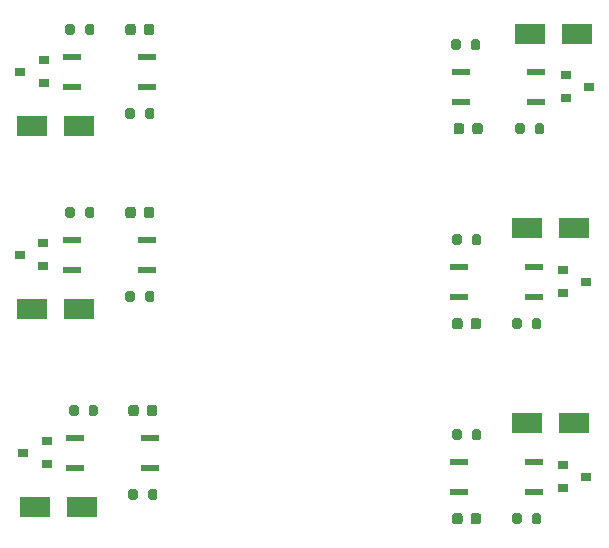
<source format=gbr>
G04 #@! TF.GenerationSoftware,KiCad,Pcbnew,(5.1.9)-1*
G04 #@! TF.CreationDate,2021-06-08T18:40:06+01:00*
G04 #@! TF.ProjectId,BrushlessPlatform V1 - SMD,42727573-686c-4657-9373-506c6174666f,rev?*
G04 #@! TF.SameCoordinates,Original*
G04 #@! TF.FileFunction,Paste,Top*
G04 #@! TF.FilePolarity,Positive*
%FSLAX46Y46*%
G04 Gerber Fmt 4.6, Leading zero omitted, Abs format (unit mm)*
G04 Created by KiCad (PCBNEW (5.1.9)-1) date 2021-06-08 18:40:06*
%MOMM*%
%LPD*%
G01*
G04 APERTURE LIST*
%ADD10R,2.500000X1.800000*%
%ADD11R,1.500000X0.600000*%
%ADD12R,0.900000X0.800000*%
G04 APERTURE END LIST*
D10*
X-88676000Y-93218000D03*
X-84676000Y-93218000D03*
X-88930000Y-76454000D03*
X-84930000Y-76454000D03*
X-88930000Y-60960000D03*
X-84930000Y-60960000D03*
X-43036000Y-86122000D03*
X-47036000Y-86122000D03*
X-43036000Y-69612000D03*
X-47036000Y-69612000D03*
D11*
X-85279000Y-89916000D03*
X-85279000Y-87376000D03*
X-78929000Y-87376000D03*
X-78929000Y-89916000D03*
X-85533000Y-73152000D03*
X-85533000Y-70612000D03*
X-79183000Y-70612000D03*
X-79183000Y-73152000D03*
X-85533000Y-57658000D03*
X-85533000Y-55118000D03*
X-79183000Y-55118000D03*
X-79183000Y-57658000D03*
X-46433000Y-89424000D03*
X-46433000Y-91964000D03*
X-52783000Y-91964000D03*
X-52783000Y-89424000D03*
X-46433000Y-72914000D03*
X-46433000Y-75454000D03*
X-52783000Y-75454000D03*
X-52783000Y-72914000D03*
X-46306000Y-56404000D03*
X-46306000Y-58944000D03*
X-52656000Y-58944000D03*
X-52656000Y-56404000D03*
G36*
G01*
X-84157000Y-85365000D02*
X-84157000Y-84815000D01*
G75*
G02*
X-83957000Y-84615000I200000J0D01*
G01*
X-83557000Y-84615000D01*
G75*
G02*
X-83357000Y-84815000I0J-200000D01*
G01*
X-83357000Y-85365000D01*
G75*
G02*
X-83557000Y-85565000I-200000J0D01*
G01*
X-83957000Y-85565000D01*
G75*
G02*
X-84157000Y-85365000I0J200000D01*
G01*
G37*
G36*
G01*
X-85807000Y-85365000D02*
X-85807000Y-84815000D01*
G75*
G02*
X-85607000Y-84615000I200000J0D01*
G01*
X-85207000Y-84615000D01*
G75*
G02*
X-85007000Y-84815000I0J-200000D01*
G01*
X-85007000Y-85365000D01*
G75*
G02*
X-85207000Y-85565000I-200000J0D01*
G01*
X-85607000Y-85565000D01*
G75*
G02*
X-85807000Y-85365000I0J200000D01*
G01*
G37*
G36*
G01*
X-84473000Y-68601000D02*
X-84473000Y-68051000D01*
G75*
G02*
X-84273000Y-67851000I200000J0D01*
G01*
X-83873000Y-67851000D01*
G75*
G02*
X-83673000Y-68051000I0J-200000D01*
G01*
X-83673000Y-68601000D01*
G75*
G02*
X-83873000Y-68801000I-200000J0D01*
G01*
X-84273000Y-68801000D01*
G75*
G02*
X-84473000Y-68601000I0J200000D01*
G01*
G37*
G36*
G01*
X-86123000Y-68601000D02*
X-86123000Y-68051000D01*
G75*
G02*
X-85923000Y-67851000I200000J0D01*
G01*
X-85523000Y-67851000D01*
G75*
G02*
X-85323000Y-68051000I0J-200000D01*
G01*
X-85323000Y-68601000D01*
G75*
G02*
X-85523000Y-68801000I-200000J0D01*
G01*
X-85923000Y-68801000D01*
G75*
G02*
X-86123000Y-68601000I0J200000D01*
G01*
G37*
G36*
G01*
X-84473000Y-53107000D02*
X-84473000Y-52557000D01*
G75*
G02*
X-84273000Y-52357000I200000J0D01*
G01*
X-83873000Y-52357000D01*
G75*
G02*
X-83673000Y-52557000I0J-200000D01*
G01*
X-83673000Y-53107000D01*
G75*
G02*
X-83873000Y-53307000I-200000J0D01*
G01*
X-84273000Y-53307000D01*
G75*
G02*
X-84473000Y-53107000I0J200000D01*
G01*
G37*
G36*
G01*
X-86123000Y-53107000D02*
X-86123000Y-52557000D01*
G75*
G02*
X-85923000Y-52357000I200000J0D01*
G01*
X-85523000Y-52357000D01*
G75*
G02*
X-85323000Y-52557000I0J-200000D01*
G01*
X-85323000Y-53107000D01*
G75*
G02*
X-85523000Y-53307000I-200000J0D01*
G01*
X-85923000Y-53307000D01*
G75*
G02*
X-86123000Y-53107000I0J200000D01*
G01*
G37*
G36*
G01*
X-47493000Y-93975000D02*
X-47493000Y-94525000D01*
G75*
G02*
X-47693000Y-94725000I-200000J0D01*
G01*
X-48093000Y-94725000D01*
G75*
G02*
X-48293000Y-94525000I0J200000D01*
G01*
X-48293000Y-93975000D01*
G75*
G02*
X-48093000Y-93775000I200000J0D01*
G01*
X-47693000Y-93775000D01*
G75*
G02*
X-47493000Y-93975000I0J-200000D01*
G01*
G37*
G36*
G01*
X-45843000Y-93975000D02*
X-45843000Y-94525000D01*
G75*
G02*
X-46043000Y-94725000I-200000J0D01*
G01*
X-46443000Y-94725000D01*
G75*
G02*
X-46643000Y-94525000I0J200000D01*
G01*
X-46643000Y-93975000D01*
G75*
G02*
X-46443000Y-93775000I200000J0D01*
G01*
X-46043000Y-93775000D01*
G75*
G02*
X-45843000Y-93975000I0J-200000D01*
G01*
G37*
G36*
G01*
X-47493000Y-77465000D02*
X-47493000Y-78015000D01*
G75*
G02*
X-47693000Y-78215000I-200000J0D01*
G01*
X-48093000Y-78215000D01*
G75*
G02*
X-48293000Y-78015000I0J200000D01*
G01*
X-48293000Y-77465000D01*
G75*
G02*
X-48093000Y-77265000I200000J0D01*
G01*
X-47693000Y-77265000D01*
G75*
G02*
X-47493000Y-77465000I0J-200000D01*
G01*
G37*
G36*
G01*
X-45843000Y-77465000D02*
X-45843000Y-78015000D01*
G75*
G02*
X-46043000Y-78215000I-200000J0D01*
G01*
X-46443000Y-78215000D01*
G75*
G02*
X-46643000Y-78015000I0J200000D01*
G01*
X-46643000Y-77465000D01*
G75*
G02*
X-46443000Y-77265000I200000J0D01*
G01*
X-46043000Y-77265000D01*
G75*
G02*
X-45843000Y-77465000I0J-200000D01*
G01*
G37*
G36*
G01*
X-47239000Y-60955000D02*
X-47239000Y-61505000D01*
G75*
G02*
X-47439000Y-61705000I-200000J0D01*
G01*
X-47839000Y-61705000D01*
G75*
G02*
X-48039000Y-61505000I0J200000D01*
G01*
X-48039000Y-60955000D01*
G75*
G02*
X-47839000Y-60755000I200000J0D01*
G01*
X-47439000Y-60755000D01*
G75*
G02*
X-47239000Y-60955000I0J-200000D01*
G01*
G37*
G36*
G01*
X-45589000Y-60955000D02*
X-45589000Y-61505000D01*
G75*
G02*
X-45789000Y-61705000I-200000J0D01*
G01*
X-46189000Y-61705000D01*
G75*
G02*
X-46389000Y-61505000I0J200000D01*
G01*
X-46389000Y-60955000D01*
G75*
G02*
X-46189000Y-60755000I200000J0D01*
G01*
X-45789000Y-60755000D01*
G75*
G02*
X-45589000Y-60955000I0J-200000D01*
G01*
G37*
G36*
G01*
X-79989000Y-91927000D02*
X-79989000Y-92477000D01*
G75*
G02*
X-80189000Y-92677000I-200000J0D01*
G01*
X-80589000Y-92677000D01*
G75*
G02*
X-80789000Y-92477000I0J200000D01*
G01*
X-80789000Y-91927000D01*
G75*
G02*
X-80589000Y-91727000I200000J0D01*
G01*
X-80189000Y-91727000D01*
G75*
G02*
X-79989000Y-91927000I0J-200000D01*
G01*
G37*
G36*
G01*
X-78339000Y-91927000D02*
X-78339000Y-92477000D01*
G75*
G02*
X-78539000Y-92677000I-200000J0D01*
G01*
X-78939000Y-92677000D01*
G75*
G02*
X-79139000Y-92477000I0J200000D01*
G01*
X-79139000Y-91927000D01*
G75*
G02*
X-78939000Y-91727000I200000J0D01*
G01*
X-78539000Y-91727000D01*
G75*
G02*
X-78339000Y-91927000I0J-200000D01*
G01*
G37*
G36*
G01*
X-80243000Y-75163000D02*
X-80243000Y-75713000D01*
G75*
G02*
X-80443000Y-75913000I-200000J0D01*
G01*
X-80843000Y-75913000D01*
G75*
G02*
X-81043000Y-75713000I0J200000D01*
G01*
X-81043000Y-75163000D01*
G75*
G02*
X-80843000Y-74963000I200000J0D01*
G01*
X-80443000Y-74963000D01*
G75*
G02*
X-80243000Y-75163000I0J-200000D01*
G01*
G37*
G36*
G01*
X-78593000Y-75163000D02*
X-78593000Y-75713000D01*
G75*
G02*
X-78793000Y-75913000I-200000J0D01*
G01*
X-79193000Y-75913000D01*
G75*
G02*
X-79393000Y-75713000I0J200000D01*
G01*
X-79393000Y-75163000D01*
G75*
G02*
X-79193000Y-74963000I200000J0D01*
G01*
X-78793000Y-74963000D01*
G75*
G02*
X-78593000Y-75163000I0J-200000D01*
G01*
G37*
G36*
G01*
X-80243000Y-59669000D02*
X-80243000Y-60219000D01*
G75*
G02*
X-80443000Y-60419000I-200000J0D01*
G01*
X-80843000Y-60419000D01*
G75*
G02*
X-81043000Y-60219000I0J200000D01*
G01*
X-81043000Y-59669000D01*
G75*
G02*
X-80843000Y-59469000I200000J0D01*
G01*
X-80443000Y-59469000D01*
G75*
G02*
X-80243000Y-59669000I0J-200000D01*
G01*
G37*
G36*
G01*
X-78593000Y-59669000D02*
X-78593000Y-60219000D01*
G75*
G02*
X-78793000Y-60419000I-200000J0D01*
G01*
X-79193000Y-60419000D01*
G75*
G02*
X-79393000Y-60219000I0J200000D01*
G01*
X-79393000Y-59669000D01*
G75*
G02*
X-79193000Y-59469000I200000J0D01*
G01*
X-78793000Y-59469000D01*
G75*
G02*
X-78593000Y-59669000I0J-200000D01*
G01*
G37*
G36*
G01*
X-51723000Y-87413000D02*
X-51723000Y-86863000D01*
G75*
G02*
X-51523000Y-86663000I200000J0D01*
G01*
X-51123000Y-86663000D01*
G75*
G02*
X-50923000Y-86863000I0J-200000D01*
G01*
X-50923000Y-87413000D01*
G75*
G02*
X-51123000Y-87613000I-200000J0D01*
G01*
X-51523000Y-87613000D01*
G75*
G02*
X-51723000Y-87413000I0J200000D01*
G01*
G37*
G36*
G01*
X-53373000Y-87413000D02*
X-53373000Y-86863000D01*
G75*
G02*
X-53173000Y-86663000I200000J0D01*
G01*
X-52773000Y-86663000D01*
G75*
G02*
X-52573000Y-86863000I0J-200000D01*
G01*
X-52573000Y-87413000D01*
G75*
G02*
X-52773000Y-87613000I-200000J0D01*
G01*
X-53173000Y-87613000D01*
G75*
G02*
X-53373000Y-87413000I0J200000D01*
G01*
G37*
G36*
G01*
X-51723000Y-70903000D02*
X-51723000Y-70353000D01*
G75*
G02*
X-51523000Y-70153000I200000J0D01*
G01*
X-51123000Y-70153000D01*
G75*
G02*
X-50923000Y-70353000I0J-200000D01*
G01*
X-50923000Y-70903000D01*
G75*
G02*
X-51123000Y-71103000I-200000J0D01*
G01*
X-51523000Y-71103000D01*
G75*
G02*
X-51723000Y-70903000I0J200000D01*
G01*
G37*
G36*
G01*
X-53373000Y-70903000D02*
X-53373000Y-70353000D01*
G75*
G02*
X-53173000Y-70153000I200000J0D01*
G01*
X-52773000Y-70153000D01*
G75*
G02*
X-52573000Y-70353000I0J-200000D01*
G01*
X-52573000Y-70903000D01*
G75*
G02*
X-52773000Y-71103000I-200000J0D01*
G01*
X-53173000Y-71103000D01*
G75*
G02*
X-53373000Y-70903000I0J200000D01*
G01*
G37*
G36*
G01*
X-51786000Y-54393000D02*
X-51786000Y-53843000D01*
G75*
G02*
X-51586000Y-53643000I200000J0D01*
G01*
X-51186000Y-53643000D01*
G75*
G02*
X-50986000Y-53843000I0J-200000D01*
G01*
X-50986000Y-54393000D01*
G75*
G02*
X-51186000Y-54593000I-200000J0D01*
G01*
X-51586000Y-54593000D01*
G75*
G02*
X-51786000Y-54393000I0J200000D01*
G01*
G37*
G36*
G01*
X-53436000Y-54393000D02*
X-53436000Y-53843000D01*
G75*
G02*
X-53236000Y-53643000I200000J0D01*
G01*
X-52836000Y-53643000D01*
G75*
G02*
X-52636000Y-53843000I0J-200000D01*
G01*
X-52636000Y-54393000D01*
G75*
G02*
X-52836000Y-54593000I-200000J0D01*
G01*
X-53236000Y-54593000D01*
G75*
G02*
X-53436000Y-54393000I0J200000D01*
G01*
G37*
D12*
X-89708000Y-88646000D03*
X-87708000Y-87696000D03*
X-87708000Y-89596000D03*
X-89978000Y-71882000D03*
X-87978000Y-70932000D03*
X-87978000Y-72832000D03*
X-89962000Y-56388000D03*
X-87962000Y-55438000D03*
X-87962000Y-57338000D03*
X-42004000Y-90694000D03*
X-44004000Y-91644000D03*
X-44004000Y-89744000D03*
X-42004000Y-74184000D03*
X-44004000Y-75134000D03*
X-44004000Y-73234000D03*
X-41750000Y-57674000D03*
X-43750000Y-58624000D03*
X-43750000Y-56724000D03*
D10*
X-42782000Y-53229000D03*
X-46782000Y-53229000D03*
G36*
G01*
X-79914000Y-84833750D02*
X-79914000Y-85346250D01*
G75*
G02*
X-80132750Y-85565000I-218750J0D01*
G01*
X-80570250Y-85565000D01*
G75*
G02*
X-80789000Y-85346250I0J218750D01*
G01*
X-80789000Y-84833750D01*
G75*
G02*
X-80570250Y-84615000I218750J0D01*
G01*
X-80132750Y-84615000D01*
G75*
G02*
X-79914000Y-84833750I0J-218750D01*
G01*
G37*
G36*
G01*
X-78339000Y-84833750D02*
X-78339000Y-85346250D01*
G75*
G02*
X-78557750Y-85565000I-218750J0D01*
G01*
X-78995250Y-85565000D01*
G75*
G02*
X-79214000Y-85346250I0J218750D01*
G01*
X-79214000Y-84833750D01*
G75*
G02*
X-78995250Y-84615000I218750J0D01*
G01*
X-78557750Y-84615000D01*
G75*
G02*
X-78339000Y-84833750I0J-218750D01*
G01*
G37*
G36*
G01*
X-80168000Y-68069750D02*
X-80168000Y-68582250D01*
G75*
G02*
X-80386750Y-68801000I-218750J0D01*
G01*
X-80824250Y-68801000D01*
G75*
G02*
X-81043000Y-68582250I0J218750D01*
G01*
X-81043000Y-68069750D01*
G75*
G02*
X-80824250Y-67851000I218750J0D01*
G01*
X-80386750Y-67851000D01*
G75*
G02*
X-80168000Y-68069750I0J-218750D01*
G01*
G37*
G36*
G01*
X-78593000Y-68069750D02*
X-78593000Y-68582250D01*
G75*
G02*
X-78811750Y-68801000I-218750J0D01*
G01*
X-79249250Y-68801000D01*
G75*
G02*
X-79468000Y-68582250I0J218750D01*
G01*
X-79468000Y-68069750D01*
G75*
G02*
X-79249250Y-67851000I218750J0D01*
G01*
X-78811750Y-67851000D01*
G75*
G02*
X-78593000Y-68069750I0J-218750D01*
G01*
G37*
G36*
G01*
X-80168000Y-52575750D02*
X-80168000Y-53088250D01*
G75*
G02*
X-80386750Y-53307000I-218750J0D01*
G01*
X-80824250Y-53307000D01*
G75*
G02*
X-81043000Y-53088250I0J218750D01*
G01*
X-81043000Y-52575750D01*
G75*
G02*
X-80824250Y-52357000I218750J0D01*
G01*
X-80386750Y-52357000D01*
G75*
G02*
X-80168000Y-52575750I0J-218750D01*
G01*
G37*
G36*
G01*
X-78593000Y-52575750D02*
X-78593000Y-53088250D01*
G75*
G02*
X-78811750Y-53307000I-218750J0D01*
G01*
X-79249250Y-53307000D01*
G75*
G02*
X-79468000Y-53088250I0J218750D01*
G01*
X-79468000Y-52575750D01*
G75*
G02*
X-79249250Y-52357000I218750J0D01*
G01*
X-78811750Y-52357000D01*
G75*
G02*
X-78593000Y-52575750I0J-218750D01*
G01*
G37*
G36*
G01*
X-51798000Y-94506250D02*
X-51798000Y-93993750D01*
G75*
G02*
X-51579250Y-93775000I218750J0D01*
G01*
X-51141750Y-93775000D01*
G75*
G02*
X-50923000Y-93993750I0J-218750D01*
G01*
X-50923000Y-94506250D01*
G75*
G02*
X-51141750Y-94725000I-218750J0D01*
G01*
X-51579250Y-94725000D01*
G75*
G02*
X-51798000Y-94506250I0J218750D01*
G01*
G37*
G36*
G01*
X-53373000Y-94506250D02*
X-53373000Y-93993750D01*
G75*
G02*
X-53154250Y-93775000I218750J0D01*
G01*
X-52716750Y-93775000D01*
G75*
G02*
X-52498000Y-93993750I0J-218750D01*
G01*
X-52498000Y-94506250D01*
G75*
G02*
X-52716750Y-94725000I-218750J0D01*
G01*
X-53154250Y-94725000D01*
G75*
G02*
X-53373000Y-94506250I0J218750D01*
G01*
G37*
G36*
G01*
X-51798000Y-77996250D02*
X-51798000Y-77483750D01*
G75*
G02*
X-51579250Y-77265000I218750J0D01*
G01*
X-51141750Y-77265000D01*
G75*
G02*
X-50923000Y-77483750I0J-218750D01*
G01*
X-50923000Y-77996250D01*
G75*
G02*
X-51141750Y-78215000I-218750J0D01*
G01*
X-51579250Y-78215000D01*
G75*
G02*
X-51798000Y-77996250I0J218750D01*
G01*
G37*
G36*
G01*
X-53373000Y-77996250D02*
X-53373000Y-77483750D01*
G75*
G02*
X-53154250Y-77265000I218750J0D01*
G01*
X-52716750Y-77265000D01*
G75*
G02*
X-52498000Y-77483750I0J-218750D01*
G01*
X-52498000Y-77996250D01*
G75*
G02*
X-52716750Y-78215000I-218750J0D01*
G01*
X-53154250Y-78215000D01*
G75*
G02*
X-53373000Y-77996250I0J218750D01*
G01*
G37*
G36*
G01*
X-51671000Y-61486250D02*
X-51671000Y-60973750D01*
G75*
G02*
X-51452250Y-60755000I218750J0D01*
G01*
X-51014750Y-60755000D01*
G75*
G02*
X-50796000Y-60973750I0J-218750D01*
G01*
X-50796000Y-61486250D01*
G75*
G02*
X-51014750Y-61705000I-218750J0D01*
G01*
X-51452250Y-61705000D01*
G75*
G02*
X-51671000Y-61486250I0J218750D01*
G01*
G37*
G36*
G01*
X-53246000Y-61486250D02*
X-53246000Y-60973750D01*
G75*
G02*
X-53027250Y-60755000I218750J0D01*
G01*
X-52589750Y-60755000D01*
G75*
G02*
X-52371000Y-60973750I0J-218750D01*
G01*
X-52371000Y-61486250D01*
G75*
G02*
X-52589750Y-61705000I-218750J0D01*
G01*
X-53027250Y-61705000D01*
G75*
G02*
X-53246000Y-61486250I0J218750D01*
G01*
G37*
M02*

</source>
